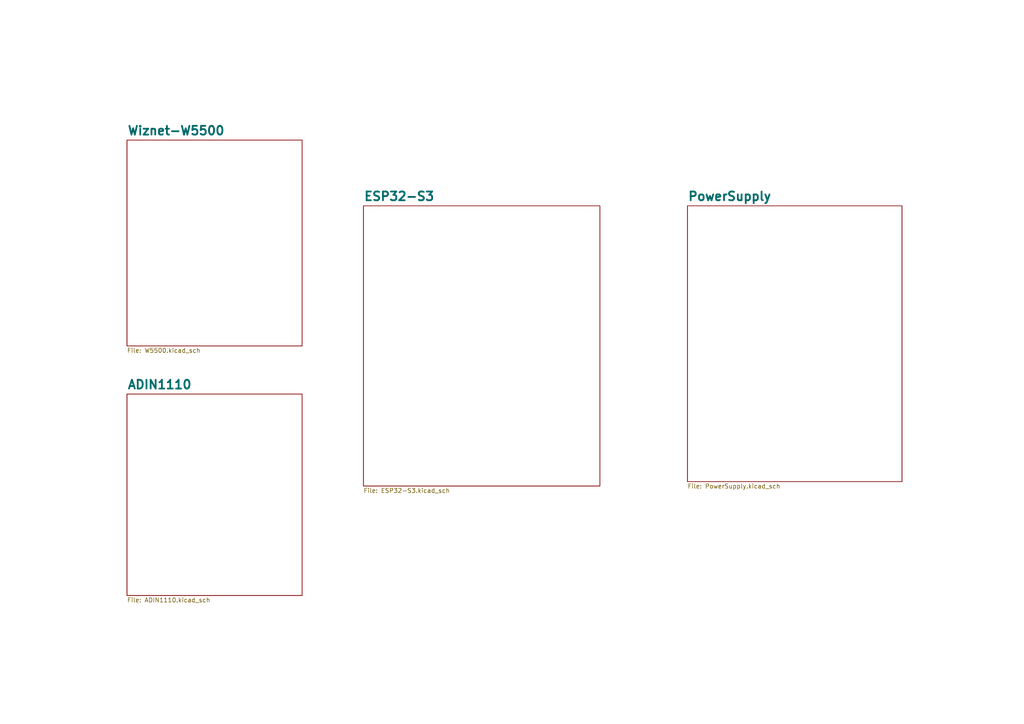
<source format=kicad_sch>
(kicad_sch (version 20230121) (generator eeschema)
  (paper "A4")
  (lib_symbols)
  (sheet (at 105.41 59.69) (size 68.58 81.28) (stroke (width 0.1524))
    (property "Sheetname" "ESP32-S3" (at 105.41 58.42 0) (effects (font (size 2.54 2.54) bold) (justify left bottom)))
    (property "Sheetfile" "ESP32-S3.kicad_sch" (at 105.41 141.5546 0) (effects (justify left top)))
  )
  (sheet (at 199.39 59.69) (size 62.23 80.01) (stroke (width 0.1524))
    (property "Sheetname" "PowerSupply" (at 199.39 58.42 0) (effects (font (size 2.54 2.54) bold) (justify left bottom)))
    (property "Sheetfile" "PowerSupply.kicad_sch" (at 199.39 140.2846 0) (effects (justify left top)))
  )
  (sheet (at 36.83 114.3) (size 50.8 58.42) (stroke (width 0.1524))
    (property "Sheetname" "ADIN1110" (at 36.83 113.03 0) (effects (font (size 2.54 2.54) bold) (justify left bottom)))
    (property "Sheetfile" "ADIN1110.kicad_sch" (at 36.83 173.3046 0) (effects (justify left top)))
  )
  (sheet (at 36.83 40.64) (size 50.8 59.69) (stroke (width 0.1524))
    (property "Sheetname" "Wiznet-W5500" (at 36.83 39.37 0) (effects (font (size 2.54 2.54) bold) (justify left bottom)))
    (property "Sheetfile" "W5500.kicad_sch" (at 36.83 100.9146 0) (effects (justify left top)))
  )
)
</source>
